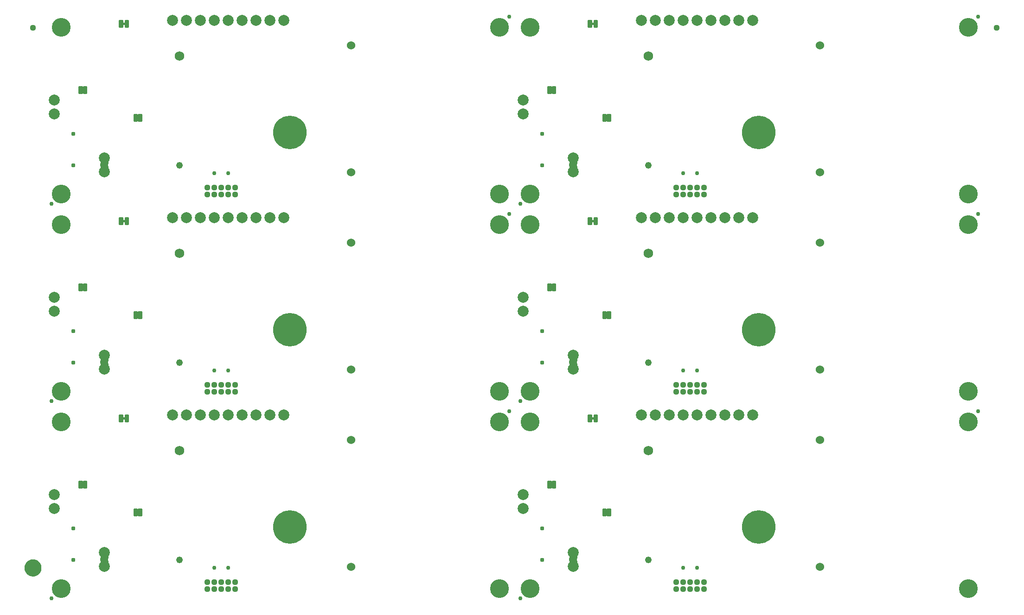
<source format=gbs>
G04 EAGLE Gerber RS-274X export*
G75*
%MOMM*%
%FSLAX34Y34*%
%LPD*%
%INSoldermask Bottom*%
%IPPOS*%
%AMOC8*
5,1,8,0,0,1.08239X$1,22.5*%
G01*
%ADD10C,0.777000*%
%ADD11C,0.762000*%
%ADD12C,3.429000*%
%ADD13C,6.127000*%
%ADD14C,0.228344*%
%ADD15C,1.227000*%
%ADD16C,1.727000*%
%ADD17C,0.228600*%
%ADD18C,2.006600*%
%ADD19C,1.526997*%
%ADD20C,1.127000*%
%ADD21C,1.270000*%
%ADD22C,1.627000*%

G36*
X966789Y797572D02*
X966789Y797572D01*
X966855Y797574D01*
X966898Y797592D01*
X966945Y797600D01*
X967002Y797634D01*
X967062Y797659D01*
X967097Y797690D01*
X967138Y797715D01*
X967180Y797766D01*
X967228Y797810D01*
X967250Y797852D01*
X967279Y797889D01*
X967300Y797951D01*
X967331Y798010D01*
X967339Y798064D01*
X967351Y798101D01*
X967350Y798141D01*
X967358Y798195D01*
X967358Y802005D01*
X967347Y802070D01*
X967345Y802136D01*
X967327Y802179D01*
X967319Y802226D01*
X967285Y802283D01*
X967260Y802343D01*
X967229Y802378D01*
X967204Y802419D01*
X967153Y802461D01*
X967109Y802509D01*
X967067Y802531D01*
X967030Y802560D01*
X966968Y802581D01*
X966909Y802612D01*
X966855Y802620D01*
X966818Y802632D01*
X966778Y802631D01*
X966724Y802639D01*
X953516Y802639D01*
X953451Y802628D01*
X953385Y802626D01*
X953342Y802608D01*
X953295Y802600D01*
X953238Y802566D01*
X953178Y802541D01*
X953143Y802510D01*
X953102Y802485D01*
X953061Y802434D01*
X953012Y802390D01*
X952990Y802348D01*
X952961Y802311D01*
X952940Y802249D01*
X952909Y802190D01*
X952901Y802136D01*
X952889Y802099D01*
X952889Y802095D01*
X952889Y802094D01*
X952890Y802059D01*
X952882Y802005D01*
X952882Y798195D01*
X952893Y798130D01*
X952895Y798064D01*
X952913Y798021D01*
X952921Y797974D01*
X952955Y797917D01*
X952980Y797857D01*
X953011Y797822D01*
X953036Y797781D01*
X953087Y797740D01*
X953131Y797691D01*
X953173Y797669D01*
X953210Y797640D01*
X953272Y797619D01*
X953331Y797588D01*
X953385Y797580D01*
X953422Y797568D01*
X953462Y797569D01*
X953516Y797561D01*
X966724Y797561D01*
X966789Y797572D01*
G37*
G36*
X110809Y797572D02*
X110809Y797572D01*
X110875Y797574D01*
X110918Y797592D01*
X110965Y797600D01*
X111022Y797634D01*
X111082Y797659D01*
X111117Y797690D01*
X111158Y797715D01*
X111200Y797766D01*
X111248Y797810D01*
X111270Y797852D01*
X111299Y797889D01*
X111320Y797951D01*
X111351Y798010D01*
X111359Y798064D01*
X111371Y798101D01*
X111370Y798141D01*
X111378Y798195D01*
X111378Y802005D01*
X111367Y802070D01*
X111365Y802136D01*
X111347Y802179D01*
X111339Y802226D01*
X111305Y802283D01*
X111280Y802343D01*
X111249Y802378D01*
X111224Y802419D01*
X111173Y802461D01*
X111129Y802509D01*
X111087Y802531D01*
X111050Y802560D01*
X110988Y802581D01*
X110929Y802612D01*
X110875Y802620D01*
X110838Y802632D01*
X110798Y802631D01*
X110744Y802639D01*
X97536Y802639D01*
X97471Y802628D01*
X97405Y802626D01*
X97362Y802608D01*
X97315Y802600D01*
X97258Y802566D01*
X97198Y802541D01*
X97163Y802510D01*
X97122Y802485D01*
X97081Y802434D01*
X97032Y802390D01*
X97010Y802348D01*
X96981Y802311D01*
X96960Y802249D01*
X96929Y802190D01*
X96921Y802136D01*
X96909Y802099D01*
X96909Y802095D01*
X96909Y802094D01*
X96910Y802059D01*
X96902Y802005D01*
X96902Y798195D01*
X96913Y798130D01*
X96915Y798064D01*
X96933Y798021D01*
X96941Y797974D01*
X96975Y797917D01*
X97000Y797857D01*
X97031Y797822D01*
X97056Y797781D01*
X97107Y797740D01*
X97151Y797691D01*
X97193Y797669D01*
X97230Y797640D01*
X97292Y797619D01*
X97351Y797588D01*
X97405Y797580D01*
X97442Y797568D01*
X97482Y797569D01*
X97536Y797561D01*
X110744Y797561D01*
X110809Y797572D01*
G37*
G36*
X966789Y436892D02*
X966789Y436892D01*
X966855Y436894D01*
X966898Y436912D01*
X966945Y436920D01*
X967002Y436954D01*
X967062Y436979D01*
X967097Y437010D01*
X967138Y437035D01*
X967180Y437086D01*
X967228Y437130D01*
X967250Y437172D01*
X967279Y437209D01*
X967300Y437271D01*
X967331Y437330D01*
X967339Y437384D01*
X967351Y437421D01*
X967350Y437461D01*
X967358Y437515D01*
X967358Y441325D01*
X967347Y441390D01*
X967345Y441456D01*
X967327Y441499D01*
X967319Y441546D01*
X967285Y441603D01*
X967260Y441663D01*
X967229Y441698D01*
X967204Y441739D01*
X967153Y441781D01*
X967109Y441829D01*
X967067Y441851D01*
X967030Y441880D01*
X966968Y441901D01*
X966909Y441932D01*
X966855Y441940D01*
X966818Y441952D01*
X966778Y441951D01*
X966724Y441959D01*
X953516Y441959D01*
X953451Y441948D01*
X953385Y441946D01*
X953342Y441928D01*
X953295Y441920D01*
X953238Y441886D01*
X953178Y441861D01*
X953143Y441830D01*
X953102Y441805D01*
X953061Y441754D01*
X953012Y441710D01*
X952990Y441668D01*
X952961Y441631D01*
X952940Y441569D01*
X952909Y441510D01*
X952901Y441456D01*
X952889Y441419D01*
X952889Y441415D01*
X952889Y441414D01*
X952890Y441379D01*
X952882Y441325D01*
X952882Y437515D01*
X952893Y437450D01*
X952895Y437384D01*
X952913Y437341D01*
X952921Y437294D01*
X952955Y437237D01*
X952980Y437177D01*
X953011Y437142D01*
X953036Y437101D01*
X953087Y437060D01*
X953131Y437011D01*
X953173Y436989D01*
X953210Y436960D01*
X953272Y436939D01*
X953331Y436908D01*
X953385Y436900D01*
X953422Y436888D01*
X953462Y436889D01*
X953516Y436881D01*
X966724Y436881D01*
X966789Y436892D01*
G37*
G36*
X110809Y436892D02*
X110809Y436892D01*
X110875Y436894D01*
X110918Y436912D01*
X110965Y436920D01*
X111022Y436954D01*
X111082Y436979D01*
X111117Y437010D01*
X111158Y437035D01*
X111200Y437086D01*
X111248Y437130D01*
X111270Y437172D01*
X111299Y437209D01*
X111320Y437271D01*
X111351Y437330D01*
X111359Y437384D01*
X111371Y437421D01*
X111370Y437461D01*
X111378Y437515D01*
X111378Y441325D01*
X111367Y441390D01*
X111365Y441456D01*
X111347Y441499D01*
X111339Y441546D01*
X111305Y441603D01*
X111280Y441663D01*
X111249Y441698D01*
X111224Y441739D01*
X111173Y441781D01*
X111129Y441829D01*
X111087Y441851D01*
X111050Y441880D01*
X110988Y441901D01*
X110929Y441932D01*
X110875Y441940D01*
X110838Y441952D01*
X110798Y441951D01*
X110744Y441959D01*
X97536Y441959D01*
X97471Y441948D01*
X97405Y441946D01*
X97362Y441928D01*
X97315Y441920D01*
X97258Y441886D01*
X97198Y441861D01*
X97163Y441830D01*
X97122Y441805D01*
X97081Y441754D01*
X97032Y441710D01*
X97010Y441668D01*
X96981Y441631D01*
X96960Y441569D01*
X96929Y441510D01*
X96921Y441456D01*
X96909Y441419D01*
X96909Y441415D01*
X96909Y441414D01*
X96910Y441379D01*
X96902Y441325D01*
X96902Y437515D01*
X96913Y437450D01*
X96915Y437384D01*
X96933Y437341D01*
X96941Y437294D01*
X96975Y437237D01*
X97000Y437177D01*
X97031Y437142D01*
X97056Y437101D01*
X97107Y437060D01*
X97151Y437011D01*
X97193Y436989D01*
X97230Y436960D01*
X97292Y436939D01*
X97351Y436908D01*
X97405Y436900D01*
X97442Y436888D01*
X97482Y436889D01*
X97536Y436881D01*
X110744Y436881D01*
X110809Y436892D01*
G37*
G36*
X966789Y76212D02*
X966789Y76212D01*
X966855Y76214D01*
X966898Y76232D01*
X966945Y76240D01*
X967002Y76274D01*
X967062Y76299D01*
X967097Y76330D01*
X967138Y76355D01*
X967180Y76406D01*
X967228Y76450D01*
X967250Y76492D01*
X967279Y76529D01*
X967300Y76591D01*
X967331Y76650D01*
X967339Y76704D01*
X967351Y76741D01*
X967350Y76781D01*
X967358Y76835D01*
X967358Y80645D01*
X967347Y80710D01*
X967345Y80776D01*
X967327Y80819D01*
X967319Y80866D01*
X967285Y80923D01*
X967260Y80983D01*
X967229Y81018D01*
X967204Y81059D01*
X967153Y81101D01*
X967109Y81149D01*
X967067Y81171D01*
X967030Y81200D01*
X966968Y81221D01*
X966909Y81252D01*
X966855Y81260D01*
X966818Y81272D01*
X966778Y81271D01*
X966724Y81279D01*
X953516Y81279D01*
X953451Y81268D01*
X953385Y81266D01*
X953342Y81248D01*
X953295Y81240D01*
X953238Y81206D01*
X953178Y81181D01*
X953143Y81150D01*
X953102Y81125D01*
X953061Y81074D01*
X953012Y81030D01*
X952990Y80988D01*
X952961Y80951D01*
X952940Y80889D01*
X952909Y80830D01*
X952901Y80776D01*
X952889Y80739D01*
X952889Y80735D01*
X952889Y80734D01*
X952890Y80699D01*
X952882Y80645D01*
X952882Y76835D01*
X952893Y76770D01*
X952895Y76704D01*
X952913Y76661D01*
X952921Y76614D01*
X952955Y76557D01*
X952980Y76497D01*
X953011Y76462D01*
X953036Y76421D01*
X953087Y76380D01*
X953131Y76331D01*
X953173Y76309D01*
X953210Y76280D01*
X953272Y76259D01*
X953331Y76228D01*
X953385Y76220D01*
X953422Y76208D01*
X953462Y76209D01*
X953516Y76201D01*
X966724Y76201D01*
X966789Y76212D01*
G37*
G36*
X110809Y76212D02*
X110809Y76212D01*
X110875Y76214D01*
X110918Y76232D01*
X110965Y76240D01*
X111022Y76274D01*
X111082Y76299D01*
X111117Y76330D01*
X111158Y76355D01*
X111200Y76406D01*
X111248Y76450D01*
X111270Y76492D01*
X111299Y76529D01*
X111320Y76591D01*
X111351Y76650D01*
X111359Y76704D01*
X111371Y76741D01*
X111370Y76781D01*
X111378Y76835D01*
X111378Y80645D01*
X111367Y80710D01*
X111365Y80776D01*
X111347Y80819D01*
X111339Y80866D01*
X111305Y80923D01*
X111280Y80983D01*
X111249Y81018D01*
X111224Y81059D01*
X111173Y81101D01*
X111129Y81149D01*
X111087Y81171D01*
X111050Y81200D01*
X110988Y81221D01*
X110929Y81252D01*
X110875Y81260D01*
X110838Y81272D01*
X110798Y81271D01*
X110744Y81279D01*
X97536Y81279D01*
X97471Y81268D01*
X97405Y81266D01*
X97362Y81248D01*
X97315Y81240D01*
X97258Y81206D01*
X97198Y81181D01*
X97163Y81150D01*
X97122Y81125D01*
X97081Y81074D01*
X97032Y81030D01*
X97010Y80988D01*
X96981Y80951D01*
X96960Y80889D01*
X96929Y80830D01*
X96921Y80776D01*
X96909Y80739D01*
X96909Y80735D01*
X96909Y80734D01*
X96910Y80699D01*
X96902Y80645D01*
X96902Y76835D01*
X96913Y76770D01*
X96915Y76704D01*
X96933Y76661D01*
X96941Y76614D01*
X96975Y76557D01*
X97000Y76497D01*
X97031Y76462D01*
X97056Y76421D01*
X97107Y76380D01*
X97151Y76331D01*
X97193Y76309D01*
X97230Y76280D01*
X97292Y76259D01*
X97351Y76228D01*
X97405Y76220D01*
X97442Y76208D01*
X97482Y76209D01*
X97536Y76201D01*
X110744Y76201D01*
X110809Y76212D01*
G37*
G36*
X141670Y695337D02*
X141670Y695337D01*
X141736Y695339D01*
X141779Y695357D01*
X141826Y695365D01*
X141883Y695399D01*
X141943Y695424D01*
X141978Y695455D01*
X142019Y695480D01*
X142061Y695531D01*
X142109Y695575D01*
X142131Y695617D01*
X142160Y695654D01*
X142181Y695716D01*
X142212Y695775D01*
X142220Y695829D01*
X142232Y695866D01*
X142231Y695906D01*
X142239Y695960D01*
X142239Y698500D01*
X142228Y698565D01*
X142226Y698631D01*
X142208Y698674D01*
X142200Y698721D01*
X142166Y698778D01*
X142141Y698838D01*
X142110Y698873D01*
X142085Y698914D01*
X142034Y698956D01*
X141990Y699004D01*
X141948Y699026D01*
X141911Y699055D01*
X141849Y699076D01*
X141790Y699107D01*
X141736Y699115D01*
X141699Y699127D01*
X141659Y699126D01*
X141605Y699134D01*
X137795Y699134D01*
X137730Y699123D01*
X137664Y699121D01*
X137621Y699103D01*
X137574Y699095D01*
X137517Y699061D01*
X137457Y699036D01*
X137422Y699005D01*
X137381Y698980D01*
X137340Y698929D01*
X137291Y698885D01*
X137269Y698843D01*
X137240Y698806D01*
X137219Y698744D01*
X137188Y698685D01*
X137180Y698631D01*
X137168Y698594D01*
X137168Y698591D01*
X137169Y698554D01*
X137161Y698500D01*
X137161Y695960D01*
X137172Y695895D01*
X137174Y695829D01*
X137192Y695786D01*
X137200Y695739D01*
X137234Y695682D01*
X137259Y695622D01*
X137290Y695587D01*
X137315Y695546D01*
X137366Y695505D01*
X137410Y695456D01*
X137452Y695434D01*
X137489Y695405D01*
X137551Y695384D01*
X137610Y695353D01*
X137664Y695345D01*
X137701Y695333D01*
X137741Y695334D01*
X137795Y695326D01*
X141605Y695326D01*
X141670Y695337D01*
G37*
G36*
X997650Y695337D02*
X997650Y695337D01*
X997716Y695339D01*
X997759Y695357D01*
X997806Y695365D01*
X997863Y695399D01*
X997923Y695424D01*
X997958Y695455D01*
X997999Y695480D01*
X998041Y695531D01*
X998089Y695575D01*
X998111Y695617D01*
X998140Y695654D01*
X998161Y695716D01*
X998192Y695775D01*
X998200Y695829D01*
X998212Y695866D01*
X998211Y695906D01*
X998219Y695960D01*
X998219Y698500D01*
X998208Y698565D01*
X998206Y698631D01*
X998188Y698674D01*
X998180Y698721D01*
X998146Y698778D01*
X998121Y698838D01*
X998090Y698873D01*
X998065Y698914D01*
X998014Y698956D01*
X997970Y699004D01*
X997928Y699026D01*
X997891Y699055D01*
X997829Y699076D01*
X997770Y699107D01*
X997716Y699115D01*
X997679Y699127D01*
X997639Y699126D01*
X997585Y699134D01*
X993775Y699134D01*
X993710Y699123D01*
X993644Y699121D01*
X993601Y699103D01*
X993554Y699095D01*
X993497Y699061D01*
X993437Y699036D01*
X993402Y699005D01*
X993361Y698980D01*
X993320Y698929D01*
X993271Y698885D01*
X993249Y698843D01*
X993220Y698806D01*
X993199Y698744D01*
X993168Y698685D01*
X993160Y698631D01*
X993148Y698594D01*
X993148Y698591D01*
X993149Y698554D01*
X993141Y698500D01*
X993141Y695960D01*
X993152Y695895D01*
X993154Y695829D01*
X993172Y695786D01*
X993180Y695739D01*
X993214Y695682D01*
X993239Y695622D01*
X993270Y695587D01*
X993295Y695546D01*
X993346Y695505D01*
X993390Y695456D01*
X993432Y695434D01*
X993469Y695405D01*
X993531Y695384D01*
X993590Y695353D01*
X993644Y695345D01*
X993681Y695333D01*
X993721Y695334D01*
X993775Y695326D01*
X997585Y695326D01*
X997650Y695337D01*
G37*
G36*
X997650Y1056017D02*
X997650Y1056017D01*
X997716Y1056019D01*
X997759Y1056037D01*
X997806Y1056045D01*
X997863Y1056079D01*
X997923Y1056104D01*
X997958Y1056135D01*
X997999Y1056160D01*
X998041Y1056211D01*
X998089Y1056255D01*
X998111Y1056297D01*
X998140Y1056334D01*
X998161Y1056396D01*
X998192Y1056455D01*
X998200Y1056509D01*
X998212Y1056546D01*
X998211Y1056586D01*
X998219Y1056640D01*
X998219Y1059180D01*
X998208Y1059245D01*
X998206Y1059311D01*
X998188Y1059354D01*
X998180Y1059401D01*
X998146Y1059458D01*
X998121Y1059518D01*
X998090Y1059553D01*
X998065Y1059594D01*
X998014Y1059636D01*
X997970Y1059684D01*
X997928Y1059706D01*
X997891Y1059735D01*
X997829Y1059756D01*
X997770Y1059787D01*
X997716Y1059795D01*
X997679Y1059807D01*
X997639Y1059806D01*
X997585Y1059814D01*
X993775Y1059814D01*
X993710Y1059803D01*
X993644Y1059801D01*
X993601Y1059783D01*
X993554Y1059775D01*
X993497Y1059741D01*
X993437Y1059716D01*
X993402Y1059685D01*
X993361Y1059660D01*
X993320Y1059609D01*
X993271Y1059565D01*
X993249Y1059523D01*
X993220Y1059486D01*
X993199Y1059424D01*
X993168Y1059365D01*
X993160Y1059311D01*
X993148Y1059274D01*
X993148Y1059271D01*
X993149Y1059234D01*
X993141Y1059180D01*
X993141Y1056640D01*
X993152Y1056575D01*
X993154Y1056509D01*
X993172Y1056466D01*
X993180Y1056419D01*
X993214Y1056362D01*
X993239Y1056302D01*
X993270Y1056267D01*
X993295Y1056226D01*
X993346Y1056185D01*
X993390Y1056136D01*
X993432Y1056114D01*
X993469Y1056085D01*
X993531Y1056064D01*
X993590Y1056033D01*
X993644Y1056025D01*
X993681Y1056013D01*
X993721Y1056014D01*
X993775Y1056006D01*
X997585Y1056006D01*
X997650Y1056017D01*
G37*
G36*
X141670Y1056017D02*
X141670Y1056017D01*
X141736Y1056019D01*
X141779Y1056037D01*
X141826Y1056045D01*
X141883Y1056079D01*
X141943Y1056104D01*
X141978Y1056135D01*
X142019Y1056160D01*
X142061Y1056211D01*
X142109Y1056255D01*
X142131Y1056297D01*
X142160Y1056334D01*
X142181Y1056396D01*
X142212Y1056455D01*
X142220Y1056509D01*
X142232Y1056546D01*
X142231Y1056586D01*
X142239Y1056640D01*
X142239Y1059180D01*
X142228Y1059245D01*
X142226Y1059311D01*
X142208Y1059354D01*
X142200Y1059401D01*
X142166Y1059458D01*
X142141Y1059518D01*
X142110Y1059553D01*
X142085Y1059594D01*
X142034Y1059636D01*
X141990Y1059684D01*
X141948Y1059706D01*
X141911Y1059735D01*
X141849Y1059756D01*
X141790Y1059787D01*
X141736Y1059795D01*
X141699Y1059807D01*
X141659Y1059806D01*
X141605Y1059814D01*
X137795Y1059814D01*
X137730Y1059803D01*
X137664Y1059801D01*
X137621Y1059783D01*
X137574Y1059775D01*
X137517Y1059741D01*
X137457Y1059716D01*
X137422Y1059685D01*
X137381Y1059660D01*
X137340Y1059609D01*
X137291Y1059565D01*
X137269Y1059523D01*
X137240Y1059486D01*
X137219Y1059424D01*
X137188Y1059365D01*
X137180Y1059311D01*
X137168Y1059274D01*
X137168Y1059271D01*
X137169Y1059234D01*
X137161Y1059180D01*
X137161Y1056640D01*
X137172Y1056575D01*
X137174Y1056509D01*
X137192Y1056466D01*
X137200Y1056419D01*
X137234Y1056362D01*
X137259Y1056302D01*
X137290Y1056267D01*
X137315Y1056226D01*
X137366Y1056185D01*
X137410Y1056136D01*
X137452Y1056114D01*
X137489Y1056085D01*
X137551Y1056064D01*
X137610Y1056033D01*
X137664Y1056025D01*
X137701Y1056013D01*
X137741Y1056014D01*
X137795Y1056006D01*
X141605Y1056006D01*
X141670Y1056017D01*
G37*
G36*
X997650Y334657D02*
X997650Y334657D01*
X997716Y334659D01*
X997759Y334677D01*
X997806Y334685D01*
X997863Y334719D01*
X997923Y334744D01*
X997958Y334775D01*
X997999Y334800D01*
X998041Y334851D01*
X998089Y334895D01*
X998111Y334937D01*
X998140Y334974D01*
X998161Y335036D01*
X998192Y335095D01*
X998200Y335149D01*
X998212Y335186D01*
X998211Y335226D01*
X998219Y335280D01*
X998219Y337820D01*
X998208Y337885D01*
X998206Y337951D01*
X998188Y337994D01*
X998180Y338041D01*
X998146Y338098D01*
X998121Y338158D01*
X998090Y338193D01*
X998065Y338234D01*
X998014Y338276D01*
X997970Y338324D01*
X997928Y338346D01*
X997891Y338375D01*
X997829Y338396D01*
X997770Y338427D01*
X997716Y338435D01*
X997679Y338447D01*
X997639Y338446D01*
X997585Y338454D01*
X993775Y338454D01*
X993710Y338443D01*
X993644Y338441D01*
X993601Y338423D01*
X993554Y338415D01*
X993497Y338381D01*
X993437Y338356D01*
X993402Y338325D01*
X993361Y338300D01*
X993320Y338249D01*
X993271Y338205D01*
X993249Y338163D01*
X993220Y338126D01*
X993199Y338064D01*
X993168Y338005D01*
X993160Y337951D01*
X993148Y337914D01*
X993148Y337911D01*
X993149Y337874D01*
X993141Y337820D01*
X993141Y335280D01*
X993152Y335215D01*
X993154Y335149D01*
X993172Y335106D01*
X993180Y335059D01*
X993214Y335002D01*
X993239Y334942D01*
X993270Y334907D01*
X993295Y334866D01*
X993346Y334825D01*
X993390Y334776D01*
X993432Y334754D01*
X993469Y334725D01*
X993531Y334704D01*
X993590Y334673D01*
X993644Y334665D01*
X993681Y334653D01*
X993721Y334654D01*
X993775Y334646D01*
X997585Y334646D01*
X997650Y334657D01*
G37*
G36*
X141670Y334657D02*
X141670Y334657D01*
X141736Y334659D01*
X141779Y334677D01*
X141826Y334685D01*
X141883Y334719D01*
X141943Y334744D01*
X141978Y334775D01*
X142019Y334800D01*
X142061Y334851D01*
X142109Y334895D01*
X142131Y334937D01*
X142160Y334974D01*
X142181Y335036D01*
X142212Y335095D01*
X142220Y335149D01*
X142232Y335186D01*
X142231Y335226D01*
X142239Y335280D01*
X142239Y337820D01*
X142228Y337885D01*
X142226Y337951D01*
X142208Y337994D01*
X142200Y338041D01*
X142166Y338098D01*
X142141Y338158D01*
X142110Y338193D01*
X142085Y338234D01*
X142034Y338276D01*
X141990Y338324D01*
X141948Y338346D01*
X141911Y338375D01*
X141849Y338396D01*
X141790Y338427D01*
X141736Y338435D01*
X141699Y338447D01*
X141659Y338446D01*
X141605Y338454D01*
X137795Y338454D01*
X137730Y338443D01*
X137664Y338441D01*
X137621Y338423D01*
X137574Y338415D01*
X137517Y338381D01*
X137457Y338356D01*
X137422Y338325D01*
X137381Y338300D01*
X137340Y338249D01*
X137291Y338205D01*
X137269Y338163D01*
X137240Y338126D01*
X137219Y338064D01*
X137188Y338005D01*
X137180Y337951D01*
X137168Y337914D01*
X137168Y337911D01*
X137169Y337874D01*
X137161Y337820D01*
X137161Y335280D01*
X137172Y335215D01*
X137174Y335149D01*
X137192Y335106D01*
X137200Y335059D01*
X137234Y335002D01*
X137259Y334942D01*
X137290Y334907D01*
X137315Y334866D01*
X137366Y334825D01*
X137410Y334776D01*
X137452Y334754D01*
X137489Y334725D01*
X137551Y334704D01*
X137610Y334673D01*
X137664Y334665D01*
X137701Y334653D01*
X137741Y334654D01*
X137795Y334646D01*
X141605Y334646D01*
X141670Y334657D01*
G37*
D10*
X47780Y135580D03*
X47780Y77780D03*
D11*
X7620Y7620D03*
X843280Y349250D03*
D12*
X825500Y330200D03*
X25400Y330200D03*
X825500Y25400D03*
X25400Y25400D03*
D13*
X443270Y137600D03*
D14*
X147703Y342394D02*
X142111Y342394D01*
X147703Y342394D02*
X147703Y330706D01*
X142111Y330706D01*
X142111Y342394D01*
X142111Y332875D02*
X147703Y332875D01*
X147703Y335044D02*
X142111Y335044D01*
X142111Y337213D02*
X147703Y337213D01*
X147703Y339382D02*
X142111Y339382D01*
X142111Y341551D02*
X147703Y341551D01*
X137289Y342394D02*
X131697Y342394D01*
X137289Y342394D02*
X137289Y330706D01*
X131697Y330706D01*
X131697Y342394D01*
X131697Y332875D02*
X137289Y332875D01*
X137289Y335044D02*
X131697Y335044D01*
X131697Y337213D02*
X137289Y337213D01*
X137289Y339382D02*
X131697Y339382D01*
X131697Y341551D02*
X137289Y341551D01*
D15*
X241300Y77800D03*
D16*
X241300Y277800D03*
D17*
X98298Y86487D02*
X98298Y81153D01*
X98298Y86487D02*
X109982Y86487D01*
X109982Y81153D01*
X98298Y81153D01*
X98298Y83325D02*
X109982Y83325D01*
X109982Y85497D02*
X98298Y85497D01*
X98298Y76327D02*
X98298Y70993D01*
X98298Y76327D02*
X109982Y76327D01*
X109982Y70993D01*
X98298Y70993D01*
X98298Y73165D02*
X109982Y73165D01*
X109982Y75337D02*
X98298Y75337D01*
D18*
X104140Y91440D03*
X104140Y66040D03*
D17*
X166497Y170942D02*
X171831Y170942D01*
X171831Y159258D01*
X166497Y159258D01*
X166497Y170942D01*
X166497Y161430D02*
X171831Y161430D01*
X171831Y163602D02*
X166497Y163602D01*
X166497Y165774D02*
X171831Y165774D01*
X171831Y167946D02*
X166497Y167946D01*
X166497Y170118D02*
X171831Y170118D01*
X163703Y170942D02*
X158369Y170942D01*
X163703Y170942D02*
X163703Y159258D01*
X158369Y159258D01*
X158369Y170942D01*
X158369Y161430D02*
X163703Y161430D01*
X163703Y163602D02*
X158369Y163602D01*
X158369Y165774D02*
X163703Y165774D01*
X163703Y167946D02*
X158369Y167946D01*
X158369Y170118D02*
X163703Y170118D01*
X63373Y210058D02*
X58039Y210058D01*
X58039Y221742D01*
X63373Y221742D01*
X63373Y210058D01*
X63373Y212230D02*
X58039Y212230D01*
X58039Y214402D02*
X63373Y214402D01*
X63373Y216574D02*
X58039Y216574D01*
X58039Y218746D02*
X63373Y218746D01*
X63373Y220918D02*
X58039Y220918D01*
X66167Y210058D02*
X71501Y210058D01*
X66167Y210058D02*
X66167Y221742D01*
X71501Y221742D01*
X71501Y210058D01*
X71501Y212230D02*
X66167Y212230D01*
X66167Y214402D02*
X71501Y214402D01*
X71501Y216574D02*
X66167Y216574D01*
X66167Y218746D02*
X71501Y218746D01*
X71501Y220918D02*
X66167Y220918D01*
D18*
X12700Y196850D03*
X12700Y171450D03*
X228600Y342900D03*
X254000Y342900D03*
X279400Y342900D03*
X304800Y342900D03*
X330200Y342900D03*
X355600Y342900D03*
X381000Y342900D03*
X406400Y342900D03*
X431800Y342900D03*
D19*
X554990Y296944D03*
X554990Y64944D03*
D20*
X330200Y36830D03*
X317500Y36830D03*
X304800Y36830D03*
X292100Y36830D03*
X342900Y36830D03*
X330200Y24130D03*
X317500Y24130D03*
X304800Y24130D03*
X292100Y24130D03*
X342900Y24130D03*
D11*
X330200Y63500D03*
X304800Y63500D03*
D10*
X903760Y135580D03*
X903760Y77780D03*
D11*
X863600Y7620D03*
X1699260Y349250D03*
D12*
X1681480Y330200D03*
X881380Y330200D03*
X1681480Y25400D03*
X881380Y25400D03*
D13*
X1299250Y137600D03*
D14*
X1003683Y342394D02*
X998091Y342394D01*
X1003683Y342394D02*
X1003683Y330706D01*
X998091Y330706D01*
X998091Y342394D01*
X998091Y332875D02*
X1003683Y332875D01*
X1003683Y335044D02*
X998091Y335044D01*
X998091Y337213D02*
X1003683Y337213D01*
X1003683Y339382D02*
X998091Y339382D01*
X998091Y341551D02*
X1003683Y341551D01*
X993269Y342394D02*
X987677Y342394D01*
X993269Y342394D02*
X993269Y330706D01*
X987677Y330706D01*
X987677Y342394D01*
X987677Y332875D02*
X993269Y332875D01*
X993269Y335044D02*
X987677Y335044D01*
X987677Y337213D02*
X993269Y337213D01*
X993269Y339382D02*
X987677Y339382D01*
X987677Y341551D02*
X993269Y341551D01*
D15*
X1097280Y77800D03*
D16*
X1097280Y277800D03*
D17*
X954278Y86487D02*
X954278Y81153D01*
X954278Y86487D02*
X965962Y86487D01*
X965962Y81153D01*
X954278Y81153D01*
X954278Y83325D02*
X965962Y83325D01*
X965962Y85497D02*
X954278Y85497D01*
X954278Y76327D02*
X954278Y70993D01*
X954278Y76327D02*
X965962Y76327D01*
X965962Y70993D01*
X954278Y70993D01*
X954278Y73165D02*
X965962Y73165D01*
X965962Y75337D02*
X954278Y75337D01*
D18*
X960120Y91440D03*
X960120Y66040D03*
D17*
X1022477Y170942D02*
X1027811Y170942D01*
X1027811Y159258D01*
X1022477Y159258D01*
X1022477Y170942D01*
X1022477Y161430D02*
X1027811Y161430D01*
X1027811Y163602D02*
X1022477Y163602D01*
X1022477Y165774D02*
X1027811Y165774D01*
X1027811Y167946D02*
X1022477Y167946D01*
X1022477Y170118D02*
X1027811Y170118D01*
X1019683Y170942D02*
X1014349Y170942D01*
X1019683Y170942D02*
X1019683Y159258D01*
X1014349Y159258D01*
X1014349Y170942D01*
X1014349Y161430D02*
X1019683Y161430D01*
X1019683Y163602D02*
X1014349Y163602D01*
X1014349Y165774D02*
X1019683Y165774D01*
X1019683Y167946D02*
X1014349Y167946D01*
X1014349Y170118D02*
X1019683Y170118D01*
X919353Y210058D02*
X914019Y210058D01*
X914019Y221742D01*
X919353Y221742D01*
X919353Y210058D01*
X919353Y212230D02*
X914019Y212230D01*
X914019Y214402D02*
X919353Y214402D01*
X919353Y216574D02*
X914019Y216574D01*
X914019Y218746D02*
X919353Y218746D01*
X919353Y220918D02*
X914019Y220918D01*
X922147Y210058D02*
X927481Y210058D01*
X922147Y210058D02*
X922147Y221742D01*
X927481Y221742D01*
X927481Y210058D01*
X927481Y212230D02*
X922147Y212230D01*
X922147Y214402D02*
X927481Y214402D01*
X927481Y216574D02*
X922147Y216574D01*
X922147Y218746D02*
X927481Y218746D01*
X927481Y220918D02*
X922147Y220918D01*
D18*
X868680Y196850D03*
X868680Y171450D03*
X1084580Y342900D03*
X1109980Y342900D03*
X1135380Y342900D03*
X1160780Y342900D03*
X1186180Y342900D03*
X1211580Y342900D03*
X1236980Y342900D03*
X1262380Y342900D03*
X1287780Y342900D03*
D19*
X1410970Y296944D03*
X1410970Y64944D03*
D20*
X1186180Y36830D03*
X1173480Y36830D03*
X1160780Y36830D03*
X1148080Y36830D03*
X1198880Y36830D03*
X1186180Y24130D03*
X1173480Y24130D03*
X1160780Y24130D03*
X1148080Y24130D03*
X1198880Y24130D03*
D11*
X1186180Y63500D03*
X1160780Y63500D03*
D10*
X47780Y496260D03*
X47780Y438460D03*
D11*
X7620Y368300D03*
X843280Y709930D03*
D12*
X825500Y690880D03*
X25400Y690880D03*
X825500Y386080D03*
X25400Y386080D03*
D13*
X443270Y498280D03*
D14*
X147703Y703074D02*
X142111Y703074D01*
X147703Y703074D02*
X147703Y691386D01*
X142111Y691386D01*
X142111Y703074D01*
X142111Y693555D02*
X147703Y693555D01*
X147703Y695724D02*
X142111Y695724D01*
X142111Y697893D02*
X147703Y697893D01*
X147703Y700062D02*
X142111Y700062D01*
X142111Y702231D02*
X147703Y702231D01*
X137289Y703074D02*
X131697Y703074D01*
X137289Y703074D02*
X137289Y691386D01*
X131697Y691386D01*
X131697Y703074D01*
X131697Y693555D02*
X137289Y693555D01*
X137289Y695724D02*
X131697Y695724D01*
X131697Y697893D02*
X137289Y697893D01*
X137289Y700062D02*
X131697Y700062D01*
X131697Y702231D02*
X137289Y702231D01*
D15*
X241300Y438480D03*
D16*
X241300Y638480D03*
D17*
X98298Y447167D02*
X98298Y441833D01*
X98298Y447167D02*
X109982Y447167D01*
X109982Y441833D01*
X98298Y441833D01*
X98298Y444005D02*
X109982Y444005D01*
X109982Y446177D02*
X98298Y446177D01*
X98298Y437007D02*
X98298Y431673D01*
X98298Y437007D02*
X109982Y437007D01*
X109982Y431673D01*
X98298Y431673D01*
X98298Y433845D02*
X109982Y433845D01*
X109982Y436017D02*
X98298Y436017D01*
D18*
X104140Y452120D03*
X104140Y426720D03*
D17*
X166497Y531622D02*
X171831Y531622D01*
X171831Y519938D01*
X166497Y519938D01*
X166497Y531622D01*
X166497Y522110D02*
X171831Y522110D01*
X171831Y524282D02*
X166497Y524282D01*
X166497Y526454D02*
X171831Y526454D01*
X171831Y528626D02*
X166497Y528626D01*
X166497Y530798D02*
X171831Y530798D01*
X163703Y531622D02*
X158369Y531622D01*
X163703Y531622D02*
X163703Y519938D01*
X158369Y519938D01*
X158369Y531622D01*
X158369Y522110D02*
X163703Y522110D01*
X163703Y524282D02*
X158369Y524282D01*
X158369Y526454D02*
X163703Y526454D01*
X163703Y528626D02*
X158369Y528626D01*
X158369Y530798D02*
X163703Y530798D01*
X63373Y570738D02*
X58039Y570738D01*
X58039Y582422D01*
X63373Y582422D01*
X63373Y570738D01*
X63373Y572910D02*
X58039Y572910D01*
X58039Y575082D02*
X63373Y575082D01*
X63373Y577254D02*
X58039Y577254D01*
X58039Y579426D02*
X63373Y579426D01*
X63373Y581598D02*
X58039Y581598D01*
X66167Y570738D02*
X71501Y570738D01*
X66167Y570738D02*
X66167Y582422D01*
X71501Y582422D01*
X71501Y570738D01*
X71501Y572910D02*
X66167Y572910D01*
X66167Y575082D02*
X71501Y575082D01*
X71501Y577254D02*
X66167Y577254D01*
X66167Y579426D02*
X71501Y579426D01*
X71501Y581598D02*
X66167Y581598D01*
D18*
X12700Y557530D03*
X12700Y532130D03*
X228600Y703580D03*
X254000Y703580D03*
X279400Y703580D03*
X304800Y703580D03*
X330200Y703580D03*
X355600Y703580D03*
X381000Y703580D03*
X406400Y703580D03*
X431800Y703580D03*
D19*
X554990Y657624D03*
X554990Y425624D03*
D20*
X330200Y397510D03*
X317500Y397510D03*
X304800Y397510D03*
X292100Y397510D03*
X342900Y397510D03*
X330200Y384810D03*
X317500Y384810D03*
X304800Y384810D03*
X292100Y384810D03*
X342900Y384810D03*
D11*
X330200Y424180D03*
X304800Y424180D03*
D10*
X903760Y496260D03*
X903760Y438460D03*
D11*
X863600Y368300D03*
X1699260Y709930D03*
D12*
X1681480Y690880D03*
X881380Y690880D03*
X1681480Y386080D03*
X881380Y386080D03*
D13*
X1299250Y498280D03*
D14*
X1003683Y703074D02*
X998091Y703074D01*
X1003683Y703074D02*
X1003683Y691386D01*
X998091Y691386D01*
X998091Y703074D01*
X998091Y693555D02*
X1003683Y693555D01*
X1003683Y695724D02*
X998091Y695724D01*
X998091Y697893D02*
X1003683Y697893D01*
X1003683Y700062D02*
X998091Y700062D01*
X998091Y702231D02*
X1003683Y702231D01*
X993269Y703074D02*
X987677Y703074D01*
X993269Y703074D02*
X993269Y691386D01*
X987677Y691386D01*
X987677Y703074D01*
X987677Y693555D02*
X993269Y693555D01*
X993269Y695724D02*
X987677Y695724D01*
X987677Y697893D02*
X993269Y697893D01*
X993269Y700062D02*
X987677Y700062D01*
X987677Y702231D02*
X993269Y702231D01*
D15*
X1097280Y438480D03*
D16*
X1097280Y638480D03*
D17*
X954278Y447167D02*
X954278Y441833D01*
X954278Y447167D02*
X965962Y447167D01*
X965962Y441833D01*
X954278Y441833D01*
X954278Y444005D02*
X965962Y444005D01*
X965962Y446177D02*
X954278Y446177D01*
X954278Y437007D02*
X954278Y431673D01*
X954278Y437007D02*
X965962Y437007D01*
X965962Y431673D01*
X954278Y431673D01*
X954278Y433845D02*
X965962Y433845D01*
X965962Y436017D02*
X954278Y436017D01*
D18*
X960120Y452120D03*
X960120Y426720D03*
D17*
X1022477Y531622D02*
X1027811Y531622D01*
X1027811Y519938D01*
X1022477Y519938D01*
X1022477Y531622D01*
X1022477Y522110D02*
X1027811Y522110D01*
X1027811Y524282D02*
X1022477Y524282D01*
X1022477Y526454D02*
X1027811Y526454D01*
X1027811Y528626D02*
X1022477Y528626D01*
X1022477Y530798D02*
X1027811Y530798D01*
X1019683Y531622D02*
X1014349Y531622D01*
X1019683Y531622D02*
X1019683Y519938D01*
X1014349Y519938D01*
X1014349Y531622D01*
X1014349Y522110D02*
X1019683Y522110D01*
X1019683Y524282D02*
X1014349Y524282D01*
X1014349Y526454D02*
X1019683Y526454D01*
X1019683Y528626D02*
X1014349Y528626D01*
X1014349Y530798D02*
X1019683Y530798D01*
X919353Y570738D02*
X914019Y570738D01*
X914019Y582422D01*
X919353Y582422D01*
X919353Y570738D01*
X919353Y572910D02*
X914019Y572910D01*
X914019Y575082D02*
X919353Y575082D01*
X919353Y577254D02*
X914019Y577254D01*
X914019Y579426D02*
X919353Y579426D01*
X919353Y581598D02*
X914019Y581598D01*
X922147Y570738D02*
X927481Y570738D01*
X922147Y570738D02*
X922147Y582422D01*
X927481Y582422D01*
X927481Y570738D01*
X927481Y572910D02*
X922147Y572910D01*
X922147Y575082D02*
X927481Y575082D01*
X927481Y577254D02*
X922147Y577254D01*
X922147Y579426D02*
X927481Y579426D01*
X927481Y581598D02*
X922147Y581598D01*
D18*
X868680Y557530D03*
X868680Y532130D03*
X1084580Y703580D03*
X1109980Y703580D03*
X1135380Y703580D03*
X1160780Y703580D03*
X1186180Y703580D03*
X1211580Y703580D03*
X1236980Y703580D03*
X1262380Y703580D03*
X1287780Y703580D03*
D19*
X1410970Y657624D03*
X1410970Y425624D03*
D20*
X1186180Y397510D03*
X1173480Y397510D03*
X1160780Y397510D03*
X1148080Y397510D03*
X1198880Y397510D03*
X1186180Y384810D03*
X1173480Y384810D03*
X1160780Y384810D03*
X1148080Y384810D03*
X1198880Y384810D03*
D11*
X1186180Y424180D03*
X1160780Y424180D03*
D10*
X47780Y856940D03*
X47780Y799140D03*
D11*
X7620Y728980D03*
X843280Y1070610D03*
D12*
X825500Y1051560D03*
X25400Y1051560D03*
X825500Y746760D03*
X25400Y746760D03*
D13*
X443270Y858960D03*
D14*
X147703Y1063754D02*
X142111Y1063754D01*
X147703Y1063754D02*
X147703Y1052066D01*
X142111Y1052066D01*
X142111Y1063754D01*
X142111Y1054235D02*
X147703Y1054235D01*
X147703Y1056404D02*
X142111Y1056404D01*
X142111Y1058573D02*
X147703Y1058573D01*
X147703Y1060742D02*
X142111Y1060742D01*
X142111Y1062911D02*
X147703Y1062911D01*
X137289Y1063754D02*
X131697Y1063754D01*
X137289Y1063754D02*
X137289Y1052066D01*
X131697Y1052066D01*
X131697Y1063754D01*
X131697Y1054235D02*
X137289Y1054235D01*
X137289Y1056404D02*
X131697Y1056404D01*
X131697Y1058573D02*
X137289Y1058573D01*
X137289Y1060742D02*
X131697Y1060742D01*
X131697Y1062911D02*
X137289Y1062911D01*
D15*
X241300Y799160D03*
D16*
X241300Y999160D03*
D17*
X98298Y807847D02*
X98298Y802513D01*
X98298Y807847D02*
X109982Y807847D01*
X109982Y802513D01*
X98298Y802513D01*
X98298Y804685D02*
X109982Y804685D01*
X109982Y806857D02*
X98298Y806857D01*
X98298Y797687D02*
X98298Y792353D01*
X98298Y797687D02*
X109982Y797687D01*
X109982Y792353D01*
X98298Y792353D01*
X98298Y794525D02*
X109982Y794525D01*
X109982Y796697D02*
X98298Y796697D01*
D18*
X104140Y812800D03*
X104140Y787400D03*
D17*
X166497Y892302D02*
X171831Y892302D01*
X171831Y880618D01*
X166497Y880618D01*
X166497Y892302D01*
X166497Y882790D02*
X171831Y882790D01*
X171831Y884962D02*
X166497Y884962D01*
X166497Y887134D02*
X171831Y887134D01*
X171831Y889306D02*
X166497Y889306D01*
X166497Y891478D02*
X171831Y891478D01*
X163703Y892302D02*
X158369Y892302D01*
X163703Y892302D02*
X163703Y880618D01*
X158369Y880618D01*
X158369Y892302D01*
X158369Y882790D02*
X163703Y882790D01*
X163703Y884962D02*
X158369Y884962D01*
X158369Y887134D02*
X163703Y887134D01*
X163703Y889306D02*
X158369Y889306D01*
X158369Y891478D02*
X163703Y891478D01*
X63373Y931418D02*
X58039Y931418D01*
X58039Y943102D01*
X63373Y943102D01*
X63373Y931418D01*
X63373Y933590D02*
X58039Y933590D01*
X58039Y935762D02*
X63373Y935762D01*
X63373Y937934D02*
X58039Y937934D01*
X58039Y940106D02*
X63373Y940106D01*
X63373Y942278D02*
X58039Y942278D01*
X66167Y931418D02*
X71501Y931418D01*
X66167Y931418D02*
X66167Y943102D01*
X71501Y943102D01*
X71501Y931418D01*
X71501Y933590D02*
X66167Y933590D01*
X66167Y935762D02*
X71501Y935762D01*
X71501Y937934D02*
X66167Y937934D01*
X66167Y940106D02*
X71501Y940106D01*
X71501Y942278D02*
X66167Y942278D01*
D18*
X12700Y918210D03*
X12700Y892810D03*
X228600Y1064260D03*
X254000Y1064260D03*
X279400Y1064260D03*
X304800Y1064260D03*
X330200Y1064260D03*
X355600Y1064260D03*
X381000Y1064260D03*
X406400Y1064260D03*
X431800Y1064260D03*
D19*
X554990Y1018304D03*
X554990Y786304D03*
D20*
X330200Y758190D03*
X317500Y758190D03*
X304800Y758190D03*
X292100Y758190D03*
X342900Y758190D03*
X330200Y745490D03*
X317500Y745490D03*
X304800Y745490D03*
X292100Y745490D03*
X342900Y745490D03*
D11*
X330200Y784860D03*
X304800Y784860D03*
D10*
X903760Y856940D03*
X903760Y799140D03*
D11*
X863600Y728980D03*
X1699260Y1070610D03*
D12*
X1681480Y1051560D03*
X881380Y1051560D03*
X1681480Y746760D03*
X881380Y746760D03*
D13*
X1299250Y858960D03*
D14*
X1003683Y1063754D02*
X998091Y1063754D01*
X1003683Y1063754D02*
X1003683Y1052066D01*
X998091Y1052066D01*
X998091Y1063754D01*
X998091Y1054235D02*
X1003683Y1054235D01*
X1003683Y1056404D02*
X998091Y1056404D01*
X998091Y1058573D02*
X1003683Y1058573D01*
X1003683Y1060742D02*
X998091Y1060742D01*
X998091Y1062911D02*
X1003683Y1062911D01*
X993269Y1063754D02*
X987677Y1063754D01*
X993269Y1063754D02*
X993269Y1052066D01*
X987677Y1052066D01*
X987677Y1063754D01*
X987677Y1054235D02*
X993269Y1054235D01*
X993269Y1056404D02*
X987677Y1056404D01*
X987677Y1058573D02*
X993269Y1058573D01*
X993269Y1060742D02*
X987677Y1060742D01*
X987677Y1062911D02*
X993269Y1062911D01*
D15*
X1097280Y799160D03*
D16*
X1097280Y999160D03*
D17*
X954278Y807847D02*
X954278Y802513D01*
X954278Y807847D02*
X965962Y807847D01*
X965962Y802513D01*
X954278Y802513D01*
X954278Y804685D02*
X965962Y804685D01*
X965962Y806857D02*
X954278Y806857D01*
X954278Y797687D02*
X954278Y792353D01*
X954278Y797687D02*
X965962Y797687D01*
X965962Y792353D01*
X954278Y792353D01*
X954278Y794525D02*
X965962Y794525D01*
X965962Y796697D02*
X954278Y796697D01*
D18*
X960120Y812800D03*
X960120Y787400D03*
D17*
X1022477Y892302D02*
X1027811Y892302D01*
X1027811Y880618D01*
X1022477Y880618D01*
X1022477Y892302D01*
X1022477Y882790D02*
X1027811Y882790D01*
X1027811Y884962D02*
X1022477Y884962D01*
X1022477Y887134D02*
X1027811Y887134D01*
X1027811Y889306D02*
X1022477Y889306D01*
X1022477Y891478D02*
X1027811Y891478D01*
X1019683Y892302D02*
X1014349Y892302D01*
X1019683Y892302D02*
X1019683Y880618D01*
X1014349Y880618D01*
X1014349Y892302D01*
X1014349Y882790D02*
X1019683Y882790D01*
X1019683Y884962D02*
X1014349Y884962D01*
X1014349Y887134D02*
X1019683Y887134D01*
X1019683Y889306D02*
X1014349Y889306D01*
X1014349Y891478D02*
X1019683Y891478D01*
X919353Y931418D02*
X914019Y931418D01*
X914019Y943102D01*
X919353Y943102D01*
X919353Y931418D01*
X919353Y933590D02*
X914019Y933590D01*
X914019Y935762D02*
X919353Y935762D01*
X919353Y937934D02*
X914019Y937934D01*
X914019Y940106D02*
X919353Y940106D01*
X919353Y942278D02*
X914019Y942278D01*
X922147Y931418D02*
X927481Y931418D01*
X922147Y931418D02*
X922147Y943102D01*
X927481Y943102D01*
X927481Y931418D01*
X927481Y933590D02*
X922147Y933590D01*
X922147Y935762D02*
X927481Y935762D01*
X927481Y937934D02*
X922147Y937934D01*
X922147Y940106D02*
X927481Y940106D01*
X927481Y942278D02*
X922147Y942278D01*
D18*
X868680Y918210D03*
X868680Y892810D03*
X1084580Y1064260D03*
X1109980Y1064260D03*
X1135380Y1064260D03*
X1160780Y1064260D03*
X1186180Y1064260D03*
X1211580Y1064260D03*
X1236980Y1064260D03*
X1262380Y1064260D03*
X1287780Y1064260D03*
D19*
X1410970Y1018304D03*
X1410970Y786304D03*
D20*
X1186180Y758190D03*
X1173480Y758190D03*
X1160780Y758190D03*
X1148080Y758190D03*
X1198880Y758190D03*
X1186180Y745490D03*
X1173480Y745490D03*
X1160780Y745490D03*
X1148080Y745490D03*
X1198880Y745490D03*
D11*
X1186180Y784860D03*
X1160780Y784860D03*
D20*
X-26238Y1050290D03*
X1733118Y1050290D03*
D21*
X-35293Y63500D02*
X-35290Y63722D01*
X-35282Y63944D01*
X-35268Y64166D01*
X-35249Y64388D01*
X-35225Y64608D01*
X-35195Y64829D01*
X-35160Y65048D01*
X-35119Y65267D01*
X-35073Y65484D01*
X-35022Y65700D01*
X-34965Y65915D01*
X-34903Y66129D01*
X-34836Y66340D01*
X-34764Y66551D01*
X-34686Y66759D01*
X-34604Y66965D01*
X-34516Y67169D01*
X-34424Y67372D01*
X-34326Y67571D01*
X-34224Y67768D01*
X-34117Y67963D01*
X-34005Y68155D01*
X-33888Y68344D01*
X-33767Y68531D01*
X-33641Y68714D01*
X-33511Y68894D01*
X-33376Y69071D01*
X-33238Y69244D01*
X-33095Y69414D01*
X-32947Y69581D01*
X-32796Y69744D01*
X-32641Y69903D01*
X-32482Y70058D01*
X-32319Y70209D01*
X-32152Y70357D01*
X-31982Y70500D01*
X-31809Y70638D01*
X-31632Y70773D01*
X-31452Y70903D01*
X-31269Y71029D01*
X-31082Y71150D01*
X-30893Y71267D01*
X-30701Y71379D01*
X-30506Y71486D01*
X-30309Y71588D01*
X-30110Y71686D01*
X-29907Y71778D01*
X-29703Y71866D01*
X-29497Y71948D01*
X-29289Y72026D01*
X-29078Y72098D01*
X-28867Y72165D01*
X-28653Y72227D01*
X-28438Y72284D01*
X-28222Y72335D01*
X-28005Y72381D01*
X-27786Y72422D01*
X-27567Y72457D01*
X-27346Y72487D01*
X-27126Y72511D01*
X-26904Y72530D01*
X-26682Y72544D01*
X-26460Y72552D01*
X-26238Y72555D01*
X-26016Y72552D01*
X-25794Y72544D01*
X-25572Y72530D01*
X-25350Y72511D01*
X-25130Y72487D01*
X-24909Y72457D01*
X-24690Y72422D01*
X-24471Y72381D01*
X-24254Y72335D01*
X-24038Y72284D01*
X-23823Y72227D01*
X-23609Y72165D01*
X-23398Y72098D01*
X-23187Y72026D01*
X-22979Y71948D01*
X-22773Y71866D01*
X-22569Y71778D01*
X-22366Y71686D01*
X-22167Y71588D01*
X-21970Y71486D01*
X-21775Y71379D01*
X-21583Y71267D01*
X-21394Y71150D01*
X-21207Y71029D01*
X-21024Y70903D01*
X-20844Y70773D01*
X-20667Y70638D01*
X-20494Y70500D01*
X-20324Y70357D01*
X-20157Y70209D01*
X-19994Y70058D01*
X-19835Y69903D01*
X-19680Y69744D01*
X-19529Y69581D01*
X-19381Y69414D01*
X-19238Y69244D01*
X-19100Y69071D01*
X-18965Y68894D01*
X-18835Y68714D01*
X-18709Y68531D01*
X-18588Y68344D01*
X-18471Y68155D01*
X-18359Y67963D01*
X-18252Y67768D01*
X-18150Y67571D01*
X-18052Y67372D01*
X-17960Y67169D01*
X-17872Y66965D01*
X-17790Y66759D01*
X-17712Y66551D01*
X-17640Y66340D01*
X-17573Y66129D01*
X-17511Y65915D01*
X-17454Y65700D01*
X-17403Y65484D01*
X-17357Y65267D01*
X-17316Y65048D01*
X-17281Y64829D01*
X-17251Y64608D01*
X-17227Y64388D01*
X-17208Y64166D01*
X-17194Y63944D01*
X-17186Y63722D01*
X-17183Y63500D01*
X-17186Y63278D01*
X-17194Y63056D01*
X-17208Y62834D01*
X-17227Y62612D01*
X-17251Y62392D01*
X-17281Y62171D01*
X-17316Y61952D01*
X-17357Y61733D01*
X-17403Y61516D01*
X-17454Y61300D01*
X-17511Y61085D01*
X-17573Y60871D01*
X-17640Y60660D01*
X-17712Y60449D01*
X-17790Y60241D01*
X-17872Y60035D01*
X-17960Y59831D01*
X-18052Y59628D01*
X-18150Y59429D01*
X-18252Y59232D01*
X-18359Y59037D01*
X-18471Y58845D01*
X-18588Y58656D01*
X-18709Y58469D01*
X-18835Y58286D01*
X-18965Y58106D01*
X-19100Y57929D01*
X-19238Y57756D01*
X-19381Y57586D01*
X-19529Y57419D01*
X-19680Y57256D01*
X-19835Y57097D01*
X-19994Y56942D01*
X-20157Y56791D01*
X-20324Y56643D01*
X-20494Y56500D01*
X-20667Y56362D01*
X-20844Y56227D01*
X-21024Y56097D01*
X-21207Y55971D01*
X-21394Y55850D01*
X-21583Y55733D01*
X-21775Y55621D01*
X-21970Y55514D01*
X-22167Y55412D01*
X-22366Y55314D01*
X-22569Y55222D01*
X-22773Y55134D01*
X-22979Y55052D01*
X-23187Y54974D01*
X-23398Y54902D01*
X-23609Y54835D01*
X-23823Y54773D01*
X-24038Y54716D01*
X-24254Y54665D01*
X-24471Y54619D01*
X-24690Y54578D01*
X-24909Y54543D01*
X-25130Y54513D01*
X-25350Y54489D01*
X-25572Y54470D01*
X-25794Y54456D01*
X-26016Y54448D01*
X-26238Y54445D01*
X-26460Y54448D01*
X-26682Y54456D01*
X-26904Y54470D01*
X-27126Y54489D01*
X-27346Y54513D01*
X-27567Y54543D01*
X-27786Y54578D01*
X-28005Y54619D01*
X-28222Y54665D01*
X-28438Y54716D01*
X-28653Y54773D01*
X-28867Y54835D01*
X-29078Y54902D01*
X-29289Y54974D01*
X-29497Y55052D01*
X-29703Y55134D01*
X-29907Y55222D01*
X-30110Y55314D01*
X-30309Y55412D01*
X-30506Y55514D01*
X-30701Y55621D01*
X-30893Y55733D01*
X-31082Y55850D01*
X-31269Y55971D01*
X-31452Y56097D01*
X-31632Y56227D01*
X-31809Y56362D01*
X-31982Y56500D01*
X-32152Y56643D01*
X-32319Y56791D01*
X-32482Y56942D01*
X-32641Y57097D01*
X-32796Y57256D01*
X-32947Y57419D01*
X-33095Y57586D01*
X-33238Y57756D01*
X-33376Y57929D01*
X-33511Y58106D01*
X-33641Y58286D01*
X-33767Y58469D01*
X-33888Y58656D01*
X-34005Y58845D01*
X-34117Y59037D01*
X-34224Y59232D01*
X-34326Y59429D01*
X-34424Y59628D01*
X-34516Y59831D01*
X-34604Y60035D01*
X-34686Y60241D01*
X-34764Y60449D01*
X-34836Y60660D01*
X-34903Y60871D01*
X-34965Y61085D01*
X-35022Y61300D01*
X-35073Y61516D01*
X-35119Y61733D01*
X-35160Y61952D01*
X-35195Y62171D01*
X-35225Y62392D01*
X-35249Y62612D01*
X-35268Y62834D01*
X-35282Y63056D01*
X-35290Y63278D01*
X-35293Y63500D01*
D22*
X-26238Y63500D03*
M02*

</source>
